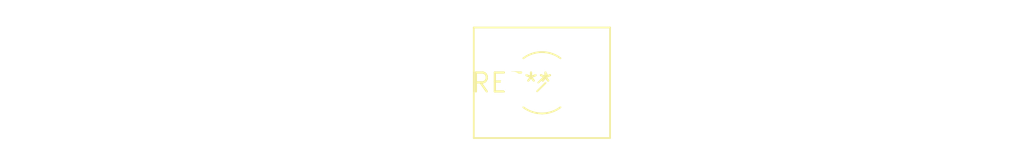
<source format=kicad_pcb>
(kicad_pcb (version 20240108) (generator pcbnew)
  (layers (0 "F.Cu" signal) (31 "B.Cu" signal) (34 "B.Paste" user) (35 "F.Paste" user) (36 "B.SilkS" user "B.Silkscreen") (37 "F.SilkS" user "F.Silkscreen") (38 "B.Mask" user) (39 "F.Mask" user) (44 "Edge.Cuts" user))
  (net 0 "")
  (footprint "TerminalBlock_MetzConnect_360291_1x01_Horizontal_ScrewM3.0_Boxed" (layer "F.Cu") (at 0 0)
    (property "Reference" "REF**")
    (property "Value" "TerminalBlock_MetzConnect_360291_1x01_Horizontal_ScrewM3.0_Boxed")
    (fp_line (start -2.56 -3.71) (end -2.56 3.71) (layer "F.SilkS") (stroke (width 0.12)))
    (fp_line (start -2.56 -3.71) (end 6.56 -3.71) (layer "F.SilkS") (stroke (width 0.12)))
    (fp_line (start -2.56 3.71) (end 6.56 3.71) (layer "F.SilkS") (stroke (width 0.12)))
    (fp_line (start 1.68 0.571) (end 1.68 0.571) (layer "F.SilkS") (stroke (width 0.12)))
    (fp_line (start 2.241 0.011) (end 1.708 0.543) (layer "F.SilkS") (stroke (width 0.12)))
    (fp_line (start 2.291 -0.543) (end 1.759 -0.011) (layer "F.SilkS") (stroke (width 0.12)))
    (fp_line (start 2.32 -0.572) (end 2.32 -0.572) (layer "F.SilkS") (stroke (width 0.12)))
    (fp_line (start 6.56 -3.71) (end 6.56 3.71) (layer "F.SilkS") (stroke (width 0.12)))
    (fp_arc (start 0.759554 -1.645664) (mid 1.999721 -2.060805) (end 3.24 -1.646) (layer "F.SilkS") (stroke (width 0.12)))
    (fp_arc (start 2.034842 2.060314) (mid 1.362171 1.959409) (end 0.759 1.645) (layer "F.SilkS") (stroke (width 0.12)))
    (fp_arc (start 3.239739 1.645189) (mid 2.653648 1.953547) (end 2 2.06) (layer "F.SilkS") (stroke (width 0.12)))
    (pad "1" thru_hole circle (at 0 0) (size 3 3) (drill 1.5) (layers *.Cu *.Mask) (remove_unused_layers))
    (pad "1" thru_hole circle (at 4 0) (size 3 3) (drill 1.5) (layers *.Cu *.Mask) (remove_unused_layers))
  )
)
</source>
